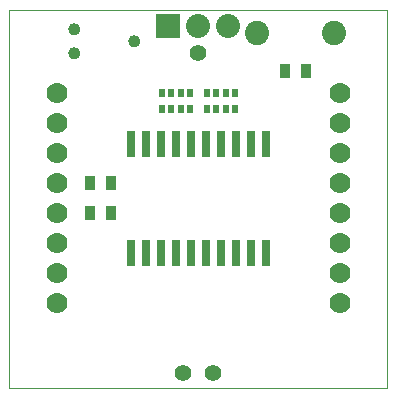
<source format=gts>
G75*
G70*
%OFA0B0*%
%FSLAX24Y24*%
%IPPOS*%
%LPD*%
%AMOC8*
5,1,8,0,0,1.08239X$1,22.5*
%
%ADD10C,0.0000*%
%ADD11C,0.0700*%
%ADD12R,0.0280X0.0910*%
%ADD13C,0.0555*%
%ADD14C,0.0390*%
%ADD15R,0.0355X0.0512*%
%ADD16R,0.0237X0.0296*%
%ADD17C,0.0808*%
%ADD18R,0.0800X0.0800*%
%ADD19C,0.0800*%
D10*
X000129Y001553D02*
X012727Y001553D01*
X012727Y014151D01*
X000129Y014151D01*
X000129Y001553D01*
X002098Y012706D02*
X002100Y012732D01*
X002106Y012758D01*
X002115Y012782D01*
X002128Y012805D01*
X002145Y012825D01*
X002164Y012843D01*
X002186Y012858D01*
X002209Y012869D01*
X002234Y012877D01*
X002260Y012881D01*
X002286Y012881D01*
X002312Y012877D01*
X002337Y012869D01*
X002361Y012858D01*
X002382Y012843D01*
X002401Y012825D01*
X002418Y012805D01*
X002431Y012782D01*
X002440Y012758D01*
X002446Y012732D01*
X002448Y012706D01*
X002446Y012680D01*
X002440Y012654D01*
X002431Y012630D01*
X002418Y012607D01*
X002401Y012587D01*
X002382Y012569D01*
X002360Y012554D01*
X002337Y012543D01*
X002312Y012535D01*
X002286Y012531D01*
X002260Y012531D01*
X002234Y012535D01*
X002209Y012543D01*
X002185Y012554D01*
X002164Y012569D01*
X002145Y012587D01*
X002128Y012607D01*
X002115Y012630D01*
X002106Y012654D01*
X002100Y012680D01*
X002098Y012706D01*
X002098Y013506D02*
X002100Y013532D01*
X002106Y013558D01*
X002115Y013582D01*
X002128Y013605D01*
X002145Y013625D01*
X002164Y013643D01*
X002186Y013658D01*
X002209Y013669D01*
X002234Y013677D01*
X002260Y013681D01*
X002286Y013681D01*
X002312Y013677D01*
X002337Y013669D01*
X002361Y013658D01*
X002382Y013643D01*
X002401Y013625D01*
X002418Y013605D01*
X002431Y013582D01*
X002440Y013558D01*
X002446Y013532D01*
X002448Y013506D01*
X002446Y013480D01*
X002440Y013454D01*
X002431Y013430D01*
X002418Y013407D01*
X002401Y013387D01*
X002382Y013369D01*
X002360Y013354D01*
X002337Y013343D01*
X002312Y013335D01*
X002286Y013331D01*
X002260Y013331D01*
X002234Y013335D01*
X002209Y013343D01*
X002185Y013354D01*
X002164Y013369D01*
X002145Y013387D01*
X002128Y013407D01*
X002115Y013430D01*
X002106Y013454D01*
X002100Y013480D01*
X002098Y013506D01*
X004098Y013106D02*
X004100Y013132D01*
X004106Y013158D01*
X004115Y013182D01*
X004128Y013205D01*
X004145Y013225D01*
X004164Y013243D01*
X004186Y013258D01*
X004209Y013269D01*
X004234Y013277D01*
X004260Y013281D01*
X004286Y013281D01*
X004312Y013277D01*
X004337Y013269D01*
X004361Y013258D01*
X004382Y013243D01*
X004401Y013225D01*
X004418Y013205D01*
X004431Y013182D01*
X004440Y013158D01*
X004446Y013132D01*
X004448Y013106D01*
X004446Y013080D01*
X004440Y013054D01*
X004431Y013030D01*
X004418Y013007D01*
X004401Y012987D01*
X004382Y012969D01*
X004360Y012954D01*
X004337Y012943D01*
X004312Y012935D01*
X004286Y012931D01*
X004260Y012931D01*
X004234Y012935D01*
X004209Y012943D01*
X004185Y012954D01*
X004164Y012969D01*
X004145Y012987D01*
X004128Y013007D01*
X004115Y013030D01*
X004106Y013054D01*
X004100Y013080D01*
X004098Y013106D01*
D11*
X001700Y011356D03*
X001700Y010356D03*
X001700Y009356D03*
X001700Y008356D03*
X001700Y007356D03*
X001700Y006356D03*
X001700Y005356D03*
X001700Y004356D03*
X011149Y004356D03*
X011149Y005356D03*
X011149Y006356D03*
X011149Y007356D03*
X011149Y008356D03*
X011149Y009356D03*
X011149Y010356D03*
X011149Y011356D03*
D12*
X008674Y009671D03*
X008174Y009681D03*
X007674Y009681D03*
X007174Y009681D03*
X006674Y009681D03*
X006174Y009681D03*
X005674Y009681D03*
X005174Y009681D03*
X004674Y009681D03*
X004174Y009681D03*
X004174Y006031D03*
X004674Y006031D03*
X005174Y006031D03*
X005674Y006031D03*
X006174Y006031D03*
X006674Y006031D03*
X007174Y006031D03*
X007674Y006031D03*
X008174Y006031D03*
X008674Y006031D03*
D13*
X006924Y002041D03*
X005924Y002041D03*
X006424Y012710D03*
D14*
X004273Y013106D03*
X002273Y013506D03*
X002273Y012706D03*
D15*
X002820Y008356D03*
X003529Y008356D03*
X003529Y007356D03*
X002820Y007356D03*
X009320Y012106D03*
X010029Y012106D03*
D16*
X007647Y011372D03*
X007332Y011372D03*
X007017Y011372D03*
X006702Y011372D03*
X006147Y011372D03*
X005832Y011372D03*
X005517Y011372D03*
X005202Y011372D03*
X005202Y010840D03*
X005517Y010840D03*
X005832Y010840D03*
X006147Y010840D03*
X006702Y010840D03*
X007017Y010840D03*
X007332Y010840D03*
X007647Y010840D03*
D17*
X008395Y013356D03*
X010954Y013356D03*
D18*
X005424Y013606D03*
D19*
X006424Y013606D03*
X007424Y013606D03*
M02*

</source>
